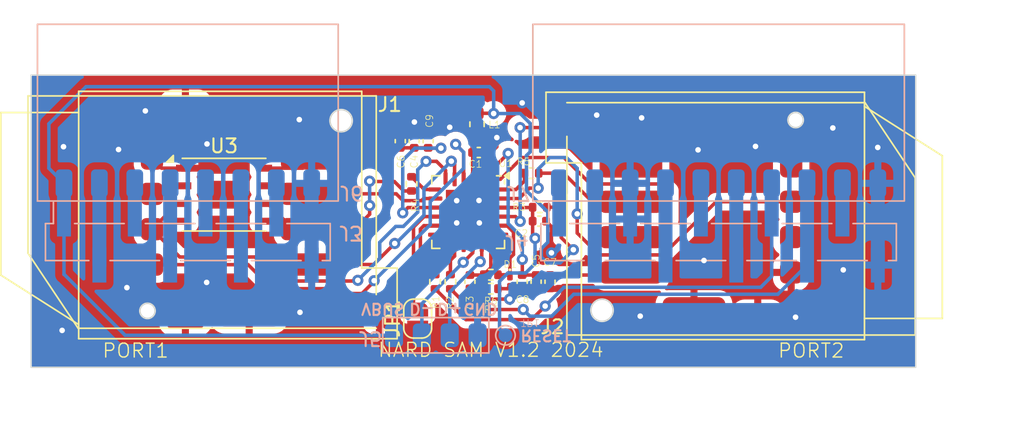
<source format=kicad_pcb>
(kicad_pcb (version 20240108) (generator "pcbnew") (generator_version "8.0")
  (layers (0 "F.Cu" signal) (31 "B.Cu" signal) (34 "B.Paste" user) (35 "F.Paste" user) (36 "B.SilkS" user "B.Silkscreen") (37 "F.SilkS" user "F.Silkscreen") (38 "B.Mask" user) (39 "F.Mask" user) (44 "Edge.Cuts" user))
  (net 0 "")
  (net 1 "Net-(D1-A)")
  (net 5 "+5V")
  (net 6 "/PA7")
  (net 7 "/PA6")
  (net 8 "/PA4")
  (net 9 "/PB3")
  (net 10 "/PB2")
  (net 11 "/PC3")
  (net 12 "GND")
  (net 13 "/PB14")
  (net 14 "/PC0")
  (net 15 "/PC1")
  (net 16 "/UART_RX")
  (net 17 "/UART_TX")
  (net 18 "/SWDIO")
  (net 19 "/SWCLK")
  (net 20 "+3.3V")
  (net 22 "Net-(U1-SC1_CLK)")
  (net 23 "+3.3VA")
  (net 24 "Net-(U1-SC2_CLK)")
  (net 25 "/USB_DM")
  (net 26 "/USB_DP")
  (net 27 "/SEC_RXD")
  (net 28 "/SEC_TXD")
  (net 29 "/SEC_CTS")
  (net 30 "/SEC_RTS")
  (net 31 "/VDD5")
  (net 32 "/~{RESET}")
  (net 33 "/SC1_VCC")
  (net 34 "/SC2_VCC")
  (net 35 "/LED_ACT")
  (net 36 "/SC1_RST")
  (net 37 "/SC1_CLK")
  (net 38 "/SC1_C4")
  (net 39 "/SC1_IO")
  (net 40 "/SC1_C8")
  (net 41 "/SC1_PRSNT")
  (net 42 "/SC2_RST")
  (net 43 "/SC2_CLK")
  (net 44 "/SC2_IO")
  (net 45 "/SC2_PRsNT")
  (footprint "Capacitor_SMD:C_0402_1005Metric" (layer "F.Cu") (at 103.886 65.565)
    (property "Reference" "C1")
    (property "Value" "1uF")
  )
  (footprint "Capacitor_SMD:C_0402_1005Metric" (layer "F.Cu") (at 99.25 64.747 90)
    (property "Reference" "C4")
    (property "Value" "1uF")
  )
  (footprint "Package_DFN_QFN:QFN-24-1EP_5x5mm_P0.65mm_EP3.2x3.2mm" (layer "F.Cu") (at 103.124 69.847 -90)
    (property "Reference" "U1")
    (property "Value" "SEC1210")
  )
  (footprint "LED_SMD:LED_0201_0603Metric" (layer "F.Cu") (at 106.1212 74.851 -90)
    (property "Reference" "D1")
    (property "Value" "LED")
  )
  (footprint "Inductor_SMD:L_0603_1608Metric" (layer "F.Cu") (at 103.759 63.533 -90)
    (property "Reference" "L1")
    (property "Value" "2A/0.05DCR")
  )
  (footprint "Capacitor_SMD:C_0402_1005Metric" (layer "F.Cu") (at 107 74.851 -90)
    (property "Reference" "C8")
    (property "Value" "10uF")
  )
  (footprint "Capacitor_SMD:C_0402_1005Metric" (layer "F.Cu") (at 108.2294 70.497)
    (property "Reference" "C2")
    (property "Value" "0.1uF")
  )
  (footprint "nard_sam:mixed_sim_sam_card_holder" (layer "F.Cu") (at 90.404 66.247)
    (property "Reference" "J1")
    (property "Value" "SIM_Card")
    (fp_circle (center -10.3 10.7) (end -9.75 10.7) (stroke (width 0.12)) (fill none) (layer "Edge.Cuts"))
    (fp_circle (center 3.6 -2.97) (end 4.4 -2.97) (stroke (width 0.12)) (fill none) (layer "Edge.Cuts"))
  )
  (footprint "Capacitor_SMD:C_0402_1005Metric" (layer "F.Cu") (at 103.25 74.851 -90)
    (property "Reference" "C3")
    (property "Value" "1uF")
  )
  (footprint "Resistor_SMD:R_0402_1005Metric" (layer "F.Cu") (at 101.85 74.851 90)
    (property "Reference" "R2")
    (property "Value" "0R")
  )
  (footprint "Capacitor_SMD:C_0402_1005Metric" (layer "F.Cu") (at 98.25 64.747 90)
    (property "Reference" "C6")
    (property "Value" "0.1uF")
  )
  (footprint "Resistor_SMD:R_0402_1005Metric" (layer "F.Cu") (at 104.75 74.351 180)
    (property "Reference" "R6")
    (property "Value" "1M")
  )
  (footprint "nard_sam:mixed_sim_sam_card_holder" (layer "F.Cu") (at 116.332 73.932 180)
    (property "Reference" "J2")
    (property "Value" "SIM_Card")
    (fp_circle (center 3.6 -2.97) (end 4.4 -2.97) (stroke (width 0.12)) (fill none) (layer "Edge.Cuts"))
    (fp_circle (center -10.3 10.7) (end -9.75 10.7) (stroke (width 0.12)) (fill none) (layer "Edge.Cuts"))
  )
  (footprint "nard_sam:ST4SIM-200M" (layer "F.Cu") (at 85.6 68.595)
    (property "Reference" "U3")
    (property "Value" "ST4SIM-200M")
  )
  (footprint "Resistor_SMD:R_0402_1005Metric" (layer "F.Cu") (at 104.75 75.351 180)
    (property "Reference" "R7")
    (property "Value" "330R")
  )
  (footprint "Capacitor_SMD:C_0402_1005Metric" (layer "F.Cu") (at 100.25 64.747 90)
    (property "Reference" "C9")
    (property "Value" "10uF")
  )
  (footprint "Capacitor_SMD:C_0402_1005Metric" (layer "F.Cu") (at 108 74.851 -90)
    (property "Reference" "C5")
    (property "Value" "1uF")
  )
  (footprint "Capacitor_SMD:C_0402_1005Metric" (layer "F.Cu") (at 109 74.851 -90)
    (property "Reference" "C7")
    (property "Value" "0.1uF")
  )
  (footprint "Resistor_SMD:R_0402_1005Metric" (layer "F.Cu") (at 99.06 67.818 -90)
    (property "Reference" "R4")
    (property "Value" "43R")
  )
  (footprint "Resistor_SMD:R_0402_1005Metric" (layer "F.Cu") (at 108.26 69.497 180)
    (property "Reference" "R3")
    (property "Value" "100K")
  )
  (footprint "Resistor_SMD:R_0402_1005Metric" (layer "F.Cu") (at 107.675 67.05)
    (property "Reference" "R5")
    (property "Value" "43R")
  )
  (footprint "Resistor_SMD:R_0402_1005Metric" (layer "F.Cu") (at 100.75 74.851 90)
    (property "Reference" "R1")
    (property "Value" "0R")
  )
  (footprint "Jumper:SolderJumper-2_P1.3mm_Open_RoundedPad1.0x1.5mm" (layer "F.Cu") (at 99.5 77.5 90)
    (property "Reference" "JP1")
    (property "Value" "hardwire detect")
  )
  (footprint "TestPoint:TestPoint_Pad_D1.0mm" (layer "B.Cu") (at 105.8 78.7 180)
    (property "Reference" "TP1")
    (property "Value" "TestPoint")
  )
  (footprint "Connector_PinHeader_2.54mm:PinHeader_1x08_P2.54mm_Vertical_SMD_Pin1Left" (layer "B.Cu") (at 83 72 -90)
    (property "Reference" "J3")
    (property "Value" "Conn_01x08")
  )
  (footprint "nard_sam:usb pads breakout" (layer "B.Cu") (at 100.8 78.7 180)
    (property "Reference" "J5")
    (property "Value" "Conn_01x04")
  )
  (footprint "Connector_PinHeader_2.54mm:PinHeader_1x10_P2.54mm_Vertical_SMD_Pin1Left" (layer "B.Cu") (at 121.1 72 -90)
    (property "Reference" "J4")
    (property "Value" "Conn_01x10")
  )
  (footprint "nard_sam:m20-7910842" (layer "B.Cu") (at 83 67.78)
    (property "Reference" "J6")
    (property "Value" "M20-7910842R")
  )
  (footprint "nard_sam:m20-7911042" (layer "B.Cu") (at 121.1 67.78)
    (property "Reference" "J7")
    (property "Value" "M20-7911042R")
  )
  (gr_rect (start 71.75 60) (end 135.25 81) (stroke (width 0.1)) (fill none) (layer "Edge.Cuts"))
  (gr_text "D+" (at 101.8 76.8 180) (layer "B.SilkS") (effects (font (size 0.8 0.8)) (justify mirror)))
  (gr_text "RESET" (at 108.7 78.7 180) (layer "B.SilkS") (effects (font (size 0.8 0.8)) (justify mirror)))
  (gr_text "D-" (at 99.8 76.8 180) (layer "B.SilkS") (effects (font (size 0.8 0.8)) (justify mirror)))
  (gr_text "GND" (at 104 76.8 180) (layer "B.SilkS") (effects (font (size 0.8 0.8)) (justify mirror)))
  (gr_text "VBUS" (at 97 76.8 180) (layer "B.SilkS") (effects (font (size 0.8 0.8)) (justify mirror)))
  (gr_text "PORT1" (at 79.248 79.804 0) (layer "F.SilkS") (effects (font (size 1 1) (thickness 0.1))))
  (gr_text "PORT2" (at 127.748 79.804 0) (layer "F.SilkS") (effects (font (size 1 1) (thickness 0.1))))
  (gr_text "NARD SAM V1.2 2024" (at 104.75 79.75 0) (layer "F.SilkS") (effects (font (size 1 1) (thickness 0.1))))
  (segment (start 105.9412 75.351) (end 106.1212 75.171) (width 0.25) (layer "F.Cu") (net 1))
  (segment (start 105.26 75.351) (end 105.9412 75.351) (width 0.25) (layer "F.Cu") (net 1))
  (segment (start 108.77 69.497) (end 109.247 69.497) (width 0.25) (layer "F.Cu") (net 5))
  (segment (start 109.8 71.675) (end 110.675 72.55) (width 0.25) (layer "F.Cu") (net 5))
  (segment (start 109.8 70.05) (end 109.8 71.675) (width 0.25) (layer "F.Cu") (net 5))
  (segment (start 104.9349 62.7455) (end 104.9528 62.7634) (width 0.25) (layer "F.Cu") (net 5))
  (segment (start 103.759 62.7455) (end 104.9349 62.7455) (width 0.25) (layer "F.Cu") (net 5))
  (segment (start 109.247 69.497) (end 109.8 70.05) (width 0.25) (layer "F.Cu") (net 5))
  (via (at 110.675 72.55) (size 0.8) (drill 0.4) (layers "F.Cu" "B.Cu") (net 5))
  (via (at 104.9528 62.7634) (size 0.8) (drill 0.4) (layers "F.Cu" "B.Cu") (net 5))
  (segment (start 108.375 72.474695) (end 108.839 72.010695) (width 0.25) (layer "B.Cu") (net 5))
  (segment (start 74.11 74.3276) (end 74.11 70.345) (width 0.25) (layer "B.Cu") (net 5))
  (segment (start 108.839 69.839305) (end 107.3078 68.308105) (width 0.25) (layer "B.Cu") (net 5))
  (segment (start 104.9528 62.7634) (end 104.9528 61.1378) (width 0.25) (layer "B.Cu") (net 5))
  (segment (start 108.839 72.010695) (end 108.839 69.839305) (width 0.25) (layer "B.Cu") (net 5))
  (segment (start 107.575 65.5188) (end 107.575 63.474695) (width 0.25) (layer "B.Cu") (net 5))
  (segment (start 108.375 73.075305) (end 108.375 72.474695) (width 0.25) (layer "B.Cu") (net 5))
  (segment (start 97.8 78.7) (end 78.5 78.7) (width 0.25) (layer "B.Cu") (net 5))
  (segment (start 106.863705 62.7634) (end 104.9528 62.7634) (width 0.25) (layer "B.Cu") (net 5))
  (segment (start 75.692 60.833) (end 73.025 63.5) (width 0.25) (layer "B.Cu") (net 5))
  (segment (start 73.025 66.695) (end 74.11 67.78) (width 0.25) (layer "B.Cu") (net 5))
  (segment (start 78.5 78.7) (end 74.1276 74.3276) (width 0.25) (layer "B.Cu") (net 5))
  (segment (start 104.648 60.833) (end 75.692 60.833) (width 0.25) (layer "B.Cu") (net 5))
  (segment (start 74.1276 74.3276) (end 74.11 74.3276) (width 0.25) (layer "B.Cu") (net 5))
  (segment (start 73.025 63.5) (end 73.025 66.695) (width 0.25) (layer "B.Cu") (net 5))
  (segment (start 109.725 73.5) (end 108.799695 73.5) (width 0.25) (layer "B.Cu") (net 5))
  (segment (start 107.3078 68.308105) (end 107.3078 65.786) (width 0.25) (layer "B.Cu") (net 5))
  (segment (start 107.575 63.474695) (end 106.863705 62.7634) (width 0.25) (layer "B.Cu") (net 5))
  (segment (start 104.9528 61.1378) (end 104.648 60.833) (width 0.25) (layer "B.Cu") (net 5))
  (segment (start 74.11 70.345) (end 74.11 67.78) (width 1) (layer "B.Cu") (net 5))
  (segment (start 108.799695 73.5) (end 108.375 73.075305) (width 0.25) (layer "B.Cu") (net 5))
  (segment (start 107.3078 65.786) (end 107.575 65.5188) (width 0.25) (layer "B.Cu") (net 5))
  (segment (start 110.675 72.55) (end 109.725 73.5) (width 0.25) (layer "B.Cu") (net 5))
  (segment (start 76.65 73.655) (end 76.65 67.78) (width 1) (layer "B.Cu") (net 6))
  (segment (start 79.19 67.78) (end 79.19 70.345) (width 1) (layer "B.Cu") (net 7))
  (segment (start 81.73 67.78) (end 81.73 73.655) (width 1) (layer "B.Cu") (net 8))
  (segment (start 84.27 70.345) (end 84.27 67.78) (width 1) (layer "B.Cu") (net 9))
  (segment (start 86.81 67.78) (end 86.81 73.655) (width 1) (layer "B.Cu") (net 10))
  (segment (start 89.35 67.78) (end 89.35 70.345) (width 1) (layer "B.Cu") (net 11))
  (segment (start 106.1 76.1) (end 106.231 76.1) (width 0.25) (layer "F.Cu") (net 12))
  (segment (start 104.366 65.565) (end 104.7674 65.565) (width 0.25) (layer "F.Cu") (net 12))
  (segment (start 89.3534 77.0636) (end 89.35 77.067) (width 0.25) (layer "F.Cu") (net 12))
  (segment (start 99.5 78.15) (end 97.227 78.15) (width 0.25) (layer "F.Cu") (net 12))
  (segment (start 105.1814 65.151) (end 105.1814 64.4906) (width 0.25) (layer "F.Cu") (net 12))
  (segment (start 103.25 75.331) (end 103.25 75.8) (width 0.25) (layer "F.Cu") (net 12))
  (segment (start 97.227 78.15) (end 96.754 77.677) (width 0.25) (layer "F.Cu") (net 12))
  (segment (start 81.118 66.69) (end 80.425 65.997) (width 0.25) (layer "F.Cu") (net 12))
  (segment (start 103.55 76.1) (end 106.1 76.1) (width 0.25) (layer "F.Cu") (net 12))
  (segment (start 107 75.331) (end 108 75.331) (width 0.25) (layer "F.Cu") (net 12))
  (segment (start 82.7 66.69) (end 81.118 66.69) (width 0.25) (layer "F.Cu") (net 12))
  (segment (start 103.25 75.8) (end 103.55 76.1) (width 0.25) (layer "F.Cu") (net 12))
  (segment (start 99.25 64.267) (end 99.25 63.3862) (width 0.25) (layer "F.Cu") (net 12))
  (segment (start 98.25 63.7512) (end 98.6282 63.373) (width 0.25) (layer "F.Cu") (net 12))
  (segment (start 106.231 76.1) (end 107 75.331) (width 0.25) (layer "F.Cu") (net 12))
  (segment (start 109.1 70.8876) (end 109.1 72.775) (width 0.25) (layer "F.Cu") (net 12))
  (segment (start 104.7674 65.565) (end 105.1814 65.151) (width 0.25) (layer "F.Cu") (net 12))
  (segment (start 89.3212 77.0382) (end 89.35 77.067) (width 0.25) (layer "F.Cu") (net 12))
  (segment (start 99.8474 63.373) (end 99.2632 63.373) (width 0.25) (layer "F.Cu") (net 12))
  (segment (start 108.7094 70.497) (end 109.1 70.8876) (width 0.25) (layer "F.Cu") (net 12))
  (segment (start 100.25 63.7756) (end 99.8474 63.373) (width 0.25) (layer "F.Cu") (net 12))
  (segment (start 98.25 64.267) (end 98.25 63.7512) (width 0.25) (layer "F.Cu") (net 12))
  (segment (start 108 75.331) (end 109 75.331) (width 0.25) (layer "F.Cu") (net 12))
  (segment (start 98.6282 63.373) (end 99.2632 63.373) (width 0.25) (layer "F.Cu") (net 12))
  (segment (start 99.25 63.3862) (end 99.2632 63.373) (width 0.25) (layer "F.Cu") (net 12))
  (segment (start 100.25 64.267) (end 100.25 63.7756) (width 0.25) (layer "F.Cu") (net 12))
  (via (at 132.525 65.2) (size 0.8) (drill 0.4) (layers "F.Cu" "B.Cu") (net 12))
  (via (at 101.8 63.75) (size 0.8) (drill 0.4) (layers "F.Cu" "B.Cu") (net 12))
  (via (at 103.9 69.0118) (size 0.8) (drill 0.4) (layers "F.Cu" "B.Cu") (net 12))
  (via (at 84.35 74.9) (size 0.8) (drill 0.4) (layers "F.Cu" "B.Cu") (net 12))
  (via (at 130.05 74) (size 0.8) (drill 0.4) (layers "F.Cu" "B.Cu") (net 12))
  (via (at 91.05 77.05) (size 0.8) (drill 0.4) (layers "F.Cu" "B.Cu") (net 12))
  (via (at 78.625 75.275) (size 0.8) (drill 0.4) (layers "F.Cu" "B.Cu") (net 12))
  (via (at 129.3 63.8) (size 0.8) (drill 0.4) (layers "F.Cu" "B.Cu") (net 12))
  (via (at 91 63.2) (size 0.8) (drill 0.4) (layers "F.Cu" "B.Cu") (net 12))
  (via (at 126.625 77.4) (size 0.8) (drill 0.4) (layers "F.Cu" "B.Cu") (net 12))
  (via (at 107 62) (size 0.8) (drill 0.4) (layers "F.Cu" "B.Cu") (net 12))
  (via (at 115.475 77.325) (size 0.8) (drill 0.4) (layers "F.Cu" "B.Cu") (net 12))
  (via (at 103.925 70.625) (size 0.8) (drill 0.4) (layers "F.Cu" "B.Cu") (net 12))
  (via (at 115.575 63.075) (size 0.8) (drill 0.4) (layers "F.Cu" "B.Cu") (net 12))
  (via (at 99.2632 63.373) (size 0.8) (drill 0.4) (layers "F.Cu" "B.Cu") (net 12))
  (via (at 106.1 76.1) (size 0.8) (drill 0.4) (layers "F.Cu" "B.Cu") (net 12))
  (via (at 112.35 62.875) (size 0.8) (drill 0.4) (layers "F.Cu" "B.Cu") (net 12))
  (via (at 74.075 65.15) (size 0.8) (drill 0.4) (layers "F.Cu" "B.Cu") (net 12))
  (via (at 105.1814 64.4906) (size 0.8) (drill 0.4) (layers "F.Cu" "B.Cu") (net 12))
  (via (at 102.3 69.025) (size 0.8) (drill 0.4) (layers "F.Cu" "B.Cu") (net 12))
  (via (at 73.975 78.35) (size 0.8) (drill 0.4) (layers "F.Cu" "B.Cu") (net 12))
  (via (at 120.05 73.325) (size 0.8) (drill 0.4) (layers "F.Cu" "B.Cu") (net 12))
  (via (at 84.375 64.95) (size 0.8) (drill 0.4) (layers "F.Cu" "B.Cu") (net 12))
  (via (at 79.95 62.575) (size 0.8) (drill 0.4) (layers "F.Cu" "B.Cu") (net 12))
  (via (at 109.1 72.775) (size 0.8) (drill 0.4) (layers "F.Cu" "B.Cu") (net 12))
  (via (at 78.025 65.35) (size 0.8) (drill 0.4) (layers "F.Cu" "B.Cu") (net 12))
  (via (at 123.75 65.125) (size 0.8) (drill 0.4) (layers "F.Cu" "B.Cu") (net 12))
  (via (at 102.3 70.625) (size 0.8) (drill 0.4) (layers "F.Cu" "B.Cu") (net 12))
  (via (at 119.625 65.375) (size 0.8) (drill 0.4) (layers "F.Cu" "B.Cu") (net 12))
  (segment (start 91.89 73.655) (end 91.89 67.78) (width 1) (layer "B.Cu") (net 12))
  (segment (start 132.53 73.655) (end 132.53 67.78) (width 1) (layer "B.Cu") (net 12))
  (segment (start 114.75 67.78) (end 114.75 70.345) (width 1) (layer "B.Cu") (net 12))
  (segment (start 129.99 70.345) (end 129.99 67.78) (width 1) (layer "B.Cu") (net 13))
  (segment (start 103.339 76.85) (end 101.85 75.361) (width 0.25) (layer "F.Cu") (net 14))
  (segment (start 107.075 76.85) (end 103.339 76.85) (width 0.25) (layer "F.Cu") (net 14))
  (via (at 107.075 76.85) (size 0.8) (drill 0.4) (layers "F.Cu" "B.Cu") (net 14))
  (segment (start 110.7 75.75) (end 125.355 75.75) (width 0.25) (layer "B.Cu") (net 14))
  (segment (start 127.45 67.78) (end 127.45 73.655) (width 1) (layer "B.Cu") (net 14))
  (segment (start 125.355 75.75) (end 127.45 73.655) (width 0.25) (layer "B.Cu") (net 14))
  (segment (start 107.075 76.85) (end 107.55 77.325) (width 0.25) (layer "B.Cu") (net 14))
  (segment (start 109.125 77.325) (end 110.7 75.75) (width 0.25) (layer "B.Cu") (net 14))
  (segment (start 107.55 77.325) (end 109.125 77.325) (width 0.25) (layer "B.Cu") (net 14))
  (segment (start 108.65 76.6) (end 107.675 77.575) (width 0.25) (layer "F.Cu") (net 15))
  (segment (start 107.675 77.575) (end 102.964 77.575) (width 0.25) (layer "F.Cu") (net 15))
  (segment (start 102.964 77.575) (end 100.75 75.361) (width 0.25) (layer "F.Cu") (net 15))
  (via (at 108.65 76.6) (size 0.8) (drill 0.4) (layers "F.Cu" "B.Cu") (net 15))
  (segment (start 108.65 76.6) (end 110 75.25) (width 0.25) (layer "B.Cu") (net 15))
  (segment (start 124.91 74.465) (end 124.91 70.345) (width 0.25) (layer "B.Cu") (net 15))
  (segment (start 110 75.25) (end 124.125 75.25) (width 0.25) (layer "B.Cu") (net 15))
  (segment (start 124.125 75.25) (end 124.91 74.465) (width 0.25) (layer "B.Cu") (net 15))
  (segment (start 124.91 70.345) (end 124.91 67.78) (width 1) (layer "B.Cu") (net 15))
  (segment (start 122.37 67.78) (end 122.37 73.655) (width 1) (layer "B.Cu") (net 16))
  (segment (start 119.83 70.345) (end 119.83 67.78) (width 1) (layer "B.Cu") (net 17))
  (segment (start 117.29 67.78) (end 117.29 73.655) (width 1) (layer "B.Cu") (net 18))
  (segment (start 112.21 67.78) (end 112.21 73.655) (width 1) (layer "B.Cu") (net 19))
  (segment (start 109.67 70.345) (end 109.67 67.78) (width 1) (layer "B.Cu") (net 20))
  (segment (start 100.7615 68.222) (end 99.974 68.222) (width 0.25) (layer "F.Cu") (net 22))
  (segment (start 99.974 68.222) (end 99.06 67.308) (width 0.25) (layer "F.Cu") (net 22))
  (segment (start 104.749 72.2095) (end 104.749 73.842) (width 0.25) (layer "F.Cu") (net 23))
  (segment (start 104.24 75.351) (end 104.24 74.351) (width 0.25) (layer "F.Cu") (net 23))
  (segment (start 103.25 74.371) (end 104.22 74.371) (width 0.25) (layer "F.Cu") (net 23))
  (segment (start 104.22 74.371) (end 104.24 74.351) (width 0.25) (layer "F.Cu") (net 23))
  (segment (start 104.749 73.842) (end 104.24 74.351) (width 0.25) (layer "F.Cu") (net 23))
  (segment (start 106.547 68.222) (end 106.55 68.225) (width 0.25) (layer "F.Cu") (net 24))
  (segment (start 105.4865 68.222) (end 106.547 68.222) (width 0.25) (layer "F.Cu") (net 24))
  (segment (start 107.165 67.61) (end 107.165 67.05) (width 0.25) (layer "F.Cu") (net 24))
  (segment (start 106.55 68.225) (end 107.165 67.61) (width 0.25) (layer "F.Cu") (net 24))
  (segment (start 103.449 72.2095) (end 103.449 72.7762) (width 0.25) (layer "F.Cu") (net 25))
  (segment (start 103.449 72.7762) (end 102.7684 73.4568) (width 0.25) (layer "F.Cu") (net 25))
  (via (at 102.7684 73.4568) (size 0.8) (drill 0.4) (layers "F.Cu" "B.Cu") (net 25))
  (segment (start 102.7684 73.4568) (end 99.8 76.4252) (width 0.25) (layer "B.Cu") (net 25))
  (segment (start 99.8 76.4252) (end 99.8 78.7) (width 0.25) (layer "B.Cu") (net 25))
  (segment (start 104.099 72.2095) (end 104.099 73.2946) (width 0.25) (layer "F.Cu") (net 26))
  (segment (start 104.099 73.2946) (end 103.9876 73.406) (width 0.25) (layer "F.Cu") (net 26))
  (via (at 103.9876 73.406) (size 0.8) (drill 0.4) (layers "F.Cu" "B.Cu") (net 26))
  (segment (start 101.8 75.5936) (end 101.8 78.7) (width 0.25) (layer "B.Cu") (net 26))
  (segment (start 103.9876 73.406) (end 101.8 75.5936) (width 0.25) (layer "B.Cu") (net 26))
  (segment (start 100.75 74.341) (end 100.75 73.9022) (width 0.25) (layer "F.Cu") (net 27))
  (segment (start 100.75 73.9022) (end 99.695 72.8472) (width 0.25) (layer "F.Cu") (net 27))
  (segment (start 99.695 72.8472) (end 99.695 71.0692) (width 0.25) (layer "F.Cu") (net 27))
  (segment (start 99.9422 70.822) (end 100.7615 70.822) (width 0.25) (layer "F.Cu") (net 27))
  (segment (start 99.695 71.0692) (end 99.9422 70.822) (width 0.25) (layer "F.Cu") (net 27))
  (segment (start 101.85 73.3084) (end 101.85 74.341) (width 0.25) (layer "F.Cu") (net 28))
  (segment (start 102.149 73.0094) (end 101.85 73.3084) (width 0.25) (layer "F.Cu") (net 28))
  (segment (start 102.149 72.2095) (end 102.149 73.0094) (width 0.25) (layer "F.Cu") (net 28))
  (segment (start 103.406 64.6735) (end 103.759 64.3205) (width 0.25) (layer "F.Cu") (net 31))
  (segment (start 103.406 65.565) (end 103.406 64.6735) (width 0.25) (layer "F.Cu") (net 31))
  (segment (start 103.449 67.4845) (end 103.449 65.608) (width 0.25) (layer "F.Cu") (net 31))
  (segment (start 103.449 65.608) (end 103.406 65.565) (width 0.25) (layer "F.Cu") (net 31))
  (segment (start 107.7494 70.497) (end 107.7494 71.5544) (width 0.25) (layer "F.Cu") (net 32))
  (segment (start 105.4865 69.522) (end 107.725 69.522) (width 0.25) (layer "F.Cu") (net 32))
  (segment (start 107.7494 70.497) (end 107.7494 69.4976) (width 0.25) (layer "F.Cu") (net 32))
  (segment (start 107.7494 71.5544) (end 107.9246 71.7296) (width 0.25) (layer "F.Cu") (net 32))
  (segment (start 107.725 69.522) (end 107.75 69.497) (width 0.25) (layer "F.Cu") (net 32))
  (segment (start 107.7494 69.4976) (end 107.75 69.497) (width 0.25) (layer "F.Cu") (net 32))
  (via (at 107.9246 71.7296) (size 0.8) (drill 0.4) (layers "F.Cu" "B.Cu") (net 32))
  (segment (start 105.375 78.275) (end 105.8 78.7) (width 0.25) (layer "B.Cu") (net 32))
  (segment (start 105.375 74.825) (end 105.375 78.275) (width 0.25) (layer "B.Cu") (net 32))
  (segment (start 105.975 74.225) (end 105.375 74.825) (width 0.25) (layer "B.Cu") (net 32))
  (segment (start 107.9246 73.5504) (end 107.25 74.225) (width 0.25) (layer "B.Cu") (net 32))
  (segment (start 107.25 74.225) (end 105.975 74.225) (width 0.25) (layer "B.Cu") (net 32))
  (segment (start 107.9246 71.7296) (end 107.9246 73.5504) (width 0.25) (layer "B.Cu") (net 32))
  (segment (start 88.5 66.69) (end 91.231 66.69) (width 0.25) (layer "F.Cu") (net 33))
  (segment (start 101.1682 65.2526) (end 100.2756 65.2526) (width 0.25) (layer "F.Cu") (net 33))
  (segment (start 99.25 65.227) (end 98.25 65.227) (width 0.25) (layer "F.Cu") (net 33))
  (segment (start 98.198 65.227) (end 98.25 65.227) (width 0.25) (layer "F.Cu") (net 33))
  (segment (start 97.432 65.993) (end 98.198 65.227) (width 0.25) (layer "F.Cu") (net 33))
  (segment (start 91.231 66.69) (end 91.928 65.993) (width 0.25) (layer "F.Cu") (net 33))
  (segment (start 98.803 69.522) (end 98.425 69.9) (width 0.25) (layer "F.Cu") (net 33))
  (segment (start 100.7615 69.522) (end 98.803 69.522) (width 0.25) (layer "F.Cu") (net 33))
  (segment (start 91.928 65.993) (end 97.432 65.993) (width 0.25) (layer "F.Cu") (net 33))
  (segment (start 100.25 65.227) (end 99.25 65.227) (width 0.25) (layer "F.Cu") (net 33))
  (segment (start 100.2756 65.2526) (end 100.25 65.227) (width 0.25) (layer "F.Cu") (net 33))
  (via (at 101.1682 65.2526) (size 0.8) (drill 0.4) (layers "F.Cu" "B.Cu") (net 33))
  (via (at 98.425 69.9) (size 0.8) (drill 0.4) (layers "F.Cu" "B.Cu") (net 33))
  (segment (start 99.2974 65.2526) (end 101.1682 65.2526) (width 0.25) (layer "B.Cu") (net 33))
  (segment (start 98.425 69.9) (end 98.425 66.125) (width 0.25) (layer "B.Cu") (net 33))
  (segment (start 98.425 66.125) (end 99.2974 65.2526) (width 0.25) (layer "B.Cu") (net 33))
  (segment (start 104.099 67.4845) (end 104.099 66.637) (width 0.25) (layer "F.Cu") (net 34))
  (segment (start 114.623 74.371) (end 114.808 74.186) (width 0.25) (layer "F.Cu") (net 34))
  (segment (start 107 74.371) (end 108 74.371) (width 0.25) (layer "F.Cu") (net 34))
  (segment (start 108 74.371) (end 109 74.371) (width 0.25) (layer "F.Cu") (net 34))
  (segment (start 107.0102 73.2508) (end 107.0102 74.3608) (width 0.25) (layer "F.Cu") (net 34))
  (segment (start 105.3084 66.3166) (end 105.9942 65.6308) (width 0.25) (layer "F.Cu") (net 34))
  (segment (start 104.4194 66.3166) (end 105.3084 66.3166) (width 0.25) (layer "F.Cu") (net 34))
  (segment (start 109 74.371) (end 114.623 74.371) (width 0.25) (layer "F.Cu") (net 34))
  (segment (start 104.099 66.637) (end 104.4194 66.3166) (width 0.25) (layer "F.Cu") (net 34))
  (segment (start 107.0102 74.3608) (end 107 74.371) (width 0.25) (layer "F.Cu") (net 34))
  (via (at 105.9942 65.6308) (size 0.8) (drill 0.4) (layers "F.Cu" "B.Cu") (net 34))
  (via (at 107.0102 73.2508) (size 0.8) (drill 0.4) (layers "F.Cu" "B.Cu") (net 34))
  (segment (start 105.9942 70.669305) (end 107.0102 71.685305) (width 0.25) (layer "B.Cu") (net 34))
  (segment (start 107.0102 71.685305) (end 107.0102 73.2508) (width 0.25) (layer "B.Cu") (net 34))
  (segment (start 105.9942 65.6308) (end 105.9942 70.669305) (width 0.25) (layer "B.Cu") (net 34))
  (segment (start 106.3752 71.282515) (end 106.3752 72.898) (width 0.25) (layer "F.Cu") (net 35))
  (segment (start 106.3752 72.898) (end 106.1212 73.152) (width 0.25) (layer "F.Cu") (net 35))
  (segment (start 105.26 74.351) (end 105.9412 74.351) (width 0.25) (layer "F.Cu") (net 35))
  (segment (start 105.914685 70.822) (end 106.3752 71.282515) (width 0.25) (layer "F.Cu") (net 35))
  (segment (start 106.1212 73.152) (end 106.1212 74.531) (width 0.25) (layer "F.Cu") (net 35))
  (segment (start 105.9412 74.351) (end 106.1212 74.531) (width 0.25) (layer "F.Cu") (net 35))
  (segment (start 105.4865 70.822) (end 105.914685 70.822) (width 0.25) (layer "F.Cu") (net 35))
  (segment (start 91.355 67.96) (end 91.928 68.533) (width 0.25) (layer "F.Cu") (net 36))
  (segment (start 97.958 68.533) (end 91.928 68.533) (width 0.25) (layer "F.Cu") (net 36))
  (segment (start 98.45 69.025) (end 97.958 68.533) (width 0.25) (layer "F.Cu") (net 36))
  (segment (start 99.928 68.872) (end 99.775 69.025) (width 0.25) (layer "F.Cu") (net 36))
  (segment (start 88.5 67.96) (end 91.355 67.96) (width 0.25) (layer "F.Cu") (net 36))
  (segment (start 99.775 69.025) (end 98.45 69.025) (width 0.25) (layer "F.Cu") (net 36))
  (segment (start 100.7615 68.872) (end 99.928 68.872) (width 0.25) (layer "F.Cu") (net 36))
  (segment (start 96.05 70) (end 96.05 69.375) (width 0.25) (layer "F.Cu") (net 37))
  (segment (start 91.928 71.073) (end 94.977 71.073) (width 0.25) (layer "F.Cu") (net 37))
  (segment (start 94.977 71.073) (end 96.05 70) (width 0.25) (layer "F.Cu") (net 37))
  (segment (start 88.5 69.23) (end 88.73 69.23) (width 0.25) (layer "F.Cu") (net 37))
  (segment (start 88.73 69.23) (end 90.573 71.073) (width 0.25) (layer "F.Cu") (net 37))
  (segment (start 90.573 71.073) (end 91.928 71.073) (width 0.25) (layer "F.Cu") (net 37))
  (segment (start 96.075 67.65) (end 96.05 67.625) (width 0.25) (layer "F.Cu") (net 37))
  (segment (start 99.06 68.328) (end 98.503 68.328) (width 0.25) (layer "F.Cu") (net 37))
  (segment (start 97.825 67.65) (end 96.075 67.65) (width 0.25) (layer "F.Cu") (net 37))
  (segment (start 98.503 68.328) (end 97.825 67.65) (width 0.25) (layer "F.Cu") (net 37))
  (via (at 96.05 67.625) (size 0.8) (drill 0.4) (layers "F.Cu" "B.Cu") (net 37))
  (via (at 96.05 69.375) (size 0.8) (drill 0.4) (layers "F.Cu" "B.Cu") (net 37))
  (segment (start 96.05 69.375) (end 96.05 67.625) (width 0.25) (layer "B.Cu") (net 37))
  (segment (start 102.149 67.4845) (end 102.149 66.424) (width 0.25) (layer "F.Cu") (net 38))
  (segment (start 91.928 73.613) (end 96.337 73.613) (width 0.25) (layer "F.Cu") (net 38))
  (segment (start 96.337 73.613) (end 97.85 72.1) (width 0.25) (layer "F.Cu") (net 38))
  (segment (start 102.149 66.424) (end 101.91225 66.18725) (width 0.25) (layer "F.Cu") (net 38))
  (via (at 97.85 72.1) (size 0.8) (drill 0.4) (layers "F.Cu" "B.Cu") (net 38))
  (via (at 101.91225 66.18725) (size 0.8) (drill 0.4) (layers "F.Cu" "B.Cu") (net 38))
  (segment (start 99.95 68.1495) (end 99.95 70.075) (width 0.25) (layer "B.Cu") (net 38))
  (segment (start 101.91225 66.18725) (end 99.95 68.1495) (width 0.25) (layer "B.Cu") (net 38))
  (segment (start 99.95 70.075) (end 97.925 72.1) (width 0.25) (layer "B.Cu") (net 38))
  (segment (start 97.925 72.1) (end 97.85 72.1) (width 0.25) (layer "B.Cu") (net 38))
  (segment (start 82.7 69.23) (end 82.272 69.23) (width 0.25) (layer "F.Cu") (net 39))
  (segment (start 80.425 71.077) (end 82.423 73.075) (width 0.25) (layer "F.Cu") (net 39))
  (segment (start 89.55 74.8) (end 95.15 74.8) (width 0.25) (layer "F.Cu") (net 39))
  (segment (start 87.825 73.075) (end 89.55 74.8) (width 0.25) (layer "F.Cu") (net 39))
  (segment (start 95.15 74.8) (end 95.2 74.75) (width 0.25) (layer "F.Cu") (net 39))
  (segment (start 82.423 73.075) (end 87.825 73.075) (width 0.25) (layer "F.Cu") (net 39))
  (segment (start 100.1 66.2) (end 100.85 66.2) (width 0.25) (layer "F.Cu") (net 39))
  (segment (start 82.272 69.23) (end 80.425 71.077) (width 0.25) (layer "F.Cu") (net 39))
  (segment (start 100.85 66.2) (end 101.499 66.849) (width 0.25) (layer "F.Cu") (net 39))
  (segment (start 101.499 66.849) (end 101.499 67.4845) (width 0.25) (layer "F.Cu") (net 39))
  (via (at 100.1 66.2) (size 0.8) (drill 0.4) (layers "F.Cu" "B.Cu") (net 39))
  (via (at 95.2 74.75) (size 0.8) (drill 0.4) (layers "F.Cu" "B.Cu") (net 39))
  (segment (start 97.925 70.875) (end 96.775 72.025) (width 0.25) (layer "B.Cu") (net 39))
  (segment (start 99.5 66.8) (end 99.5 69.850305) (width 0.25) (layer "B.Cu") (net 39))
  (segment (start 96.775 73.175) (end 95.2 74.75) (width 0.25) (layer "B.Cu") (net 39))
  (segment (start 98.475305 70.875) (end 97.925 70.875) (width 0.25) (layer "B.Cu") (net 39))
  (segment (start 99.5 69.850305) (end 98.475305 70.875) (width 0.25) (layer "B.Cu") (net 39))
  (segment (start 100.1 66.2) (end 99.5 66.8) (width 0.25) (layer "B.Cu") (net 39))
  (segment (start 96.775 72.025) (end 96.775 73.175) (width 0.25) (layer "B.Cu") (net 39))
  (segment (start 94.325 75.35) (end 94.675 75.7) (width 0.25) (layer "F.Cu") (net 40))
  (segment (start 95.5 75.7) (end 96.375 74.825) (width 0.25) (layer "F.Cu") (net 40))
  (segment (start 89.05 75.35) (end 94.325 75.35) (width 0.25) (layer "F.Cu") (net 40))
  (segment (start 80.433 73.625) (end 87.325 73.625) (width 0.25) (layer "F.Cu") (net 40))
  (segment (start 87.325 73.625) (end 89.05 75.35) (width 0.25) (layer "F.Cu") (net 40))
  (segment (start 102.225 64.975) (end 102.799 65.549) (width 0.25) (layer "F.Cu") (net 40))
  (segment (start 96.375 74.825) (end 96.375 74.775) (width 0.25) (layer "F.Cu") (net 40))
  (segment (start 102.799 65.549) (end 102.799 67.4845) (width 0.25) (layer "F.Cu") (net 40))
  (segment (start 80.425 73.617) (end 80.433 73.625) (width 0.25) (layer "F.Cu") (net 40))
  (segment (start 94.675 75.7) (end 95.5 75.7) (width 0.25) (layer "F.Cu") (net 40))
  (via (at 102.225 64.975) (size 0.8) (drill 0.4) (layers "F.Cu" "B.Cu") (net 40))
  (via (at 96.375 74.775) (size 0.8) (drill 0.4) (layers "F.Cu" "B.Cu") (net 40))
  (segment (start 100.4 70.75) (end 96.375 74.775) (width 0.25) (layer "B.Cu") (net 40))
  (segment (start 100.4 69.1) (end 100.4 70.75) (width 0.25) (layer "B.Cu") (net 40))
  (segment (start 102.225 64.975) (end 102.8 65.55) (width 0.25) (layer "B.Cu") (net 40))
  (segment (start 102.8 65.55) (end 102.8 66.7) (width 0.25) (layer "B.Cu") (net 40))
  (segment (start 102.8 66.7) (end 100.4 69.1) (width 0.25) (layer "B.Cu") (net 40))
  (segment (start 99.2 75.775) (end 98.568 76.407) (width 0.25) (layer "F.Cu") (net 41))
  (segment (start 99.2 75.775) (end 99.2 76.55) (width 0.25) (layer "F.Cu") (net 41))
  (segment (start 99.955804 70.172) (end 99.2 70.927804) (width 0.25) (layer "F.Cu") (net 41))
  (segment (start 100.7615 70.172) (end 99.955804 70.172) (width 0.25) (layer "F.Cu") (net 41))
  (segment (start 98.568 76.407) (end 96.754 76.407) (width 0.25) (layer "F.Cu") (net 41))
  (segment (start 99.2 76.55) (end 99.5 76.85) (width 0.25) (layer "F.Cu") (net 41))
  (segment (start 99.2 70.927804) (end 99.2 75.775) (width 0.25) (layer "F.Cu") (net 41))
  (segment (start 110 65.925) (end 111.9 67.825) (width 0.25) (layer "F.Cu") (net 42))
  (segment (start 104.749 67.4845) (end 105.4405 67.4845) (width 0.25) (layer "F.Cu") (net 42))
  (segment (start 107 65.925) (end 110 65.925) (width 0.25) (layer "F.Cu") (net 42))
  (segment (start 105.4405 67.4845) (end 107 65.925) (width 0.25) (layer "F.Cu") (net 42))
  (segment (start 117.6 70.375) (end 116.329 71.646) (width 0.25) (layer "F.Cu") (net 42))
  (segment (start 111.9 67.825) (end 117.1 67.825) (width 0.25) (layer "F.Cu") (net 42))
  (segment (start 117.6 68.325) (end 117.6 70.375) (width 0.25) (layer "F.Cu") (net 42))
  (segment (start 117.1 67.825) (end 117.6 68.325) (width 0.25) (layer "F.Cu") (net 42))
  (segment (start 116.329 71.646) (end 114.808 71.646) (width 0.25) (layer "F.Cu") (net 42))
  (segment (start 109.975 67.05) (end 108.185 67.05) (width 0.25) (layer "F.Cu") (net 43))
  (segment (start 112.031 69.106) (end 109.975 67.05) (width 0.25) (layer "F.Cu") (net 43))
  (segment (start 114.808 69.106) (end 112.031 69.106) (width 0.25) (layer "F.Cu") (net 43))
  (segment (start 107.525 68.125) (end 108.15 68.125) (width 0.25) (layer "F.Cu") (net 44))
  (segment (start 117.1 72.925) (end 120.923 69.102) (width 0.25) (layer "F.Cu") (net 44))
  (segment (start 105.4865 68.872) (end 106.778 68.872) (width 0.25) (layer "F.Cu") (net 44))
  (segment (start 120.923 69.102) (end 126.311 69.102) (width 0.25) (layer "F.Cu") (net 44))
  (segment (start 112.525 72.925) (end 117.1 72.925) (width 0.25) (layer "F.Cu") (net 44))
  (segment (start 110.95 69.975) (end 110.95 71.35) (width 0.25) (layer "F.Cu") (net 44))
  (segment (start 110.95 71.35) (end 112.525 72.925) (width 0.25) (layer "F.Cu") (net 44))
  (segment (start 106.778 68.872) (end 107.525 68.125) (width 0.25) (layer "F.Cu") (net 44))
  (via (at 108.15 68.125) (size 0.8) (drill 0.4) (layers "F.Cu" "B.Cu") (net 44))
  (via (at 110.95 69.975) (size 0.8) (drill 0.4) (layers "F.Cu" "B.Cu") (net 44))
  (segment (start 110.175 65.925) (end 110.95 66.7) (width 0.25) (layer "B.Cu") (net 44))
  (segment (start 110.95 66.7) (end 110.95 69.975) (width 0.25) (layer "B.Cu") (net 44))
  (segment (start 108.15 68.125) (end 108.15 66.75) (width 0.25) (layer "B.Cu") (net 44))
  (segment (start 108.15 66.75) (end 108.975 65.925) (width 0.25) (layer "B.Cu") (net 44))
  (segment (start 108.975 65.925) (end 110.175 65.925) (width 0.25) (layer "B.Cu") (net 44))
  (segment (start 106.5222 70.172) (end 106.8578 70.5076) (width 0.25) (layer "F.Cu") (net 45))
  (segment (start 105.4865 70.172) (end 106.5222 70.172) (width 0.25) (layer "F.Cu") (net 45))
  (segment (start 106.85 63.775) (end 106.853 63.772) (width 0.25) (layer "F.Cu") (net 45))
  (segment (start 106.853 63.772) (end 109.982 63.772) (width 0.25) (layer "F.Cu") (net 45))
  (via (at 106.8578 70.5076) (size 0.8) (drill 0.4) (layers "F.Cu" "B.Cu") (net 45))
  (via (at 106.85 63.775) (size 0.8) (drill 0.4) (layers "F.Cu" "B.Cu") (net 45))
  (segment (start 106.8578 63.7766) (end 106.8516 63.7766) (width 0.25) (layer "B.Cu") (net 45))
  (segment (start 106.8578 70.5076) (end 106.8578 63.7766) (width 0.25) (layer "B.Cu") (net 45))
  (segment (start 106.8516 63.7766) (end 106.85 63.775) (width 0.25) (layer "B.Cu") (net 45))
  (zone (net 12) (net_name "GND") (layer "F.Cu") (connect_pads (clearance 0.508)) (min_thickness 0.254) (fill yes (thermal_gap 0.508) (thermal_bridge_width 0.508))
    (polygon (pts (xy 136.25 82.5) (xy 70.25 82.5) (xy 70.25 56.5) (xy 136.25 56.5)))
  )
  (zone (net 12) (net_name "GND") (layer "B.Cu") (connect_pads (clearance 0.508)) (min_thickness 0.254) (fill yes (thermal_gap 0.508) (thermal_bridge_width 0.508))
    (polygon (pts (xy 136.25 82.5) (xy 70.25 82.5) (xy 70.25 56.5) (xy 136.25 56.5)))
  )
)
</source>
